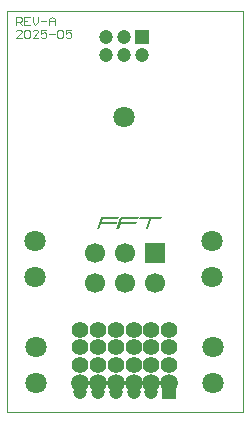
<source format=gts>
G04*
G04 #@! TF.GenerationSoftware,Altium Limited,Altium Designer,22.2.1 (43)*
G04*
G04 Layer_Color=8388736*
%FSLAX42Y42*%
%MOMM*%
G71*
G04*
G04 #@! TF.SameCoordinates,2103375D-A71D-46A8-8251-58F9F09037AB*
G04*
G04*
G04 #@! TF.FilePolarity,Negative*
G04*
G01*
G75*
%ADD10C,0.10*%
%ADD14C,0.12*%
%ADD15C,1.20*%
%ADD16R,1.20X1.20*%
%ADD17R,1.20X1.20*%
%ADD18C,1.80*%
%ADD19R,1.70X1.70*%
%ADD20C,1.70*%
%ADD21C,1.40*%
%ADD22C,1.50*%
G36*
X1308Y1634D02*
X1227D01*
X1199Y1552D01*
X1178D01*
X1206Y1634D01*
X1124D01*
X1131Y1655D01*
X1315D01*
X1308Y1634D01*
D02*
G37*
G36*
X1112D02*
X979D01*
X972Y1614D01*
X1105D01*
X1098Y1593D01*
X965D01*
X951Y1552D01*
X931D01*
X962Y1644D01*
X962Y1646D01*
X963Y1647D01*
X964Y1648D01*
X965Y1649D01*
X966Y1650D01*
X967Y1651D01*
X967Y1651D01*
X967Y1651D01*
X969Y1653D01*
X970Y1653D01*
X972Y1654D01*
X973Y1654D01*
X974Y1654D01*
X975Y1655D01*
X1119D01*
X1112Y1634D01*
D02*
G37*
G36*
X946D02*
X813D01*
X806Y1614D01*
X939D01*
X932Y1593D01*
X799D01*
X785Y1552D01*
X765D01*
X796Y1644D01*
X796Y1646D01*
X797Y1647D01*
X798Y1648D01*
X799Y1649D01*
X800Y1650D01*
X800Y1651D01*
X801Y1651D01*
X801Y1651D01*
X803Y1653D01*
X804Y1653D01*
X806Y1654D01*
X807Y1654D01*
X808Y1654D01*
X809Y1655D01*
X953D01*
X946Y1634D01*
D02*
G37*
D10*
X0Y0D02*
Y3400D01*
X2000D01*
Y0D02*
Y3400D01*
X0Y0D02*
X2000D01*
D14*
X80Y3280D02*
Y3350D01*
X115D01*
X127Y3338D01*
Y3315D01*
X115Y3303D01*
X80D01*
X103D02*
X127Y3280D01*
X197Y3350D02*
X150D01*
Y3280D01*
X197D01*
X150Y3315D02*
X173D01*
X220Y3350D02*
Y3303D01*
X243Y3280D01*
X267Y3303D01*
Y3350D01*
X290Y3315D02*
X337D01*
X360Y3280D02*
Y3327D01*
X383Y3350D01*
X407Y3327D01*
Y3280D01*
Y3315D01*
X360D01*
X127Y3170D02*
X80D01*
X127Y3217D01*
Y3228D01*
X115Y3240D01*
X92D01*
X80Y3228D01*
X150D02*
X162Y3240D01*
X185D01*
X197Y3228D01*
Y3182D01*
X185Y3170D01*
X162D01*
X150Y3182D01*
Y3228D01*
X267Y3170D02*
X220D01*
X267Y3217D01*
Y3228D01*
X255Y3240D01*
X232D01*
X220Y3228D01*
X337Y3240D02*
X290D01*
Y3205D01*
X313Y3217D01*
X325D01*
X337Y3205D01*
Y3182D01*
X325Y3170D01*
X302D01*
X290Y3182D01*
X360Y3205D02*
X407D01*
X430Y3228D02*
X442Y3240D01*
X465D01*
X477Y3228D01*
Y3182D01*
X465Y3170D01*
X442D01*
X430Y3182D01*
Y3228D01*
X547Y3240D02*
X500D01*
Y3205D01*
X523Y3217D01*
X535D01*
X547Y3205D01*
Y3182D01*
X535Y3170D01*
X512D01*
X500Y3182D01*
D15*
X1145Y3025D02*
D03*
X845D02*
D03*
X995D02*
D03*
X845Y3175D02*
D03*
X995D02*
D03*
X1075Y170D02*
D03*
X925Y170D02*
D03*
X775Y170D02*
D03*
X625Y170D02*
D03*
X1225Y170D02*
D03*
D16*
X1145Y3175D02*
D03*
D17*
X1375Y170D02*
D03*
D18*
X1740Y1150D02*
D03*
X240D02*
D03*
X1750Y550D02*
D03*
X250D02*
D03*
Y250D02*
D03*
X1750D02*
D03*
X1740Y1450D02*
D03*
X240D02*
D03*
X996Y2500D02*
D03*
D19*
X1254Y1350D02*
D03*
D20*
X1000D02*
D03*
X746D02*
D03*
X1000Y1096D02*
D03*
X746D02*
D03*
X1254D02*
D03*
D21*
X775Y400D02*
D03*
X1075D02*
D03*
X1225D02*
D03*
X925D02*
D03*
Y550D02*
D03*
X1225D02*
D03*
X1075D02*
D03*
X625D02*
D03*
Y700D02*
D03*
X775D02*
D03*
X1075D02*
D03*
X1225D02*
D03*
X925D02*
D03*
X625Y400D02*
D03*
X775Y550D02*
D03*
X1375Y700D02*
D03*
Y550D02*
D03*
Y400D02*
D03*
D22*
X925Y250D02*
D03*
X1375D02*
D03*
X1225D02*
D03*
X1075D02*
D03*
X775D02*
D03*
X625D02*
D03*
M02*

</source>
